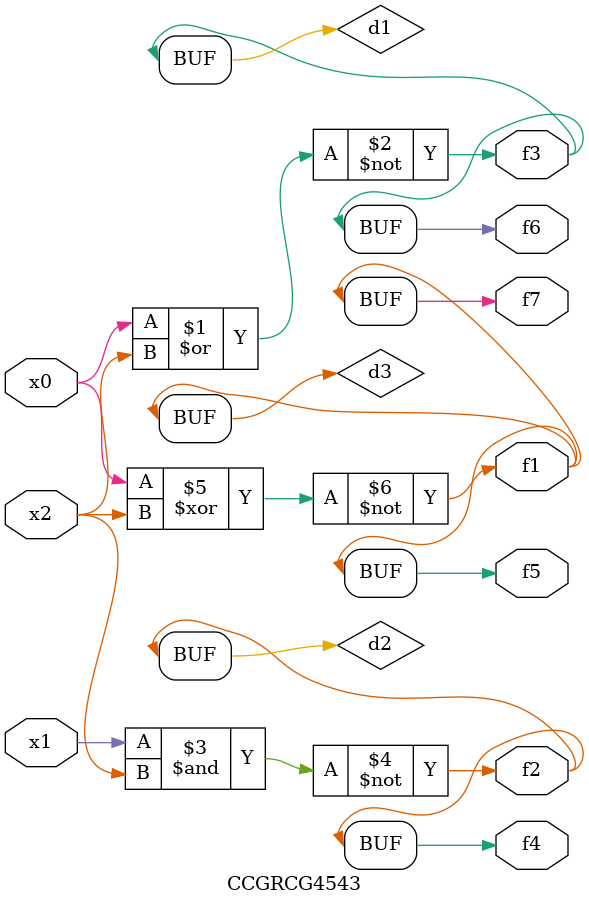
<source format=v>
module CCGRCG4543(
	input x0, x1, x2,
	output f1, f2, f3, f4, f5, f6, f7
);

	wire d1, d2, d3;

	nor (d1, x0, x2);
	nand (d2, x1, x2);
	xnor (d3, x0, x2);
	assign f1 = d3;
	assign f2 = d2;
	assign f3 = d1;
	assign f4 = d2;
	assign f5 = d3;
	assign f6 = d1;
	assign f7 = d3;
endmodule

</source>
